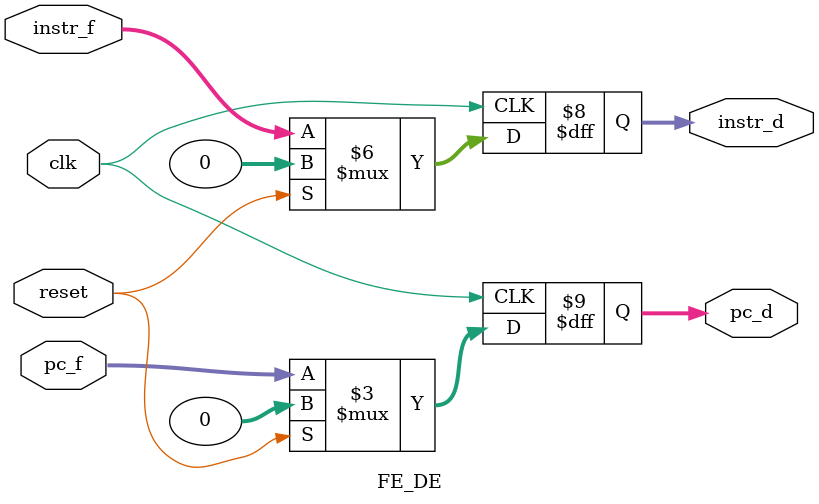
<source format=sv>
module FE_DE (
    input logic clk,
    input logic reset,
    
    // Signals from Fetch Stage
    input logic [31:0] instr_f,
    input logic [31:0] pc_f,
    
    // Signals to Decode Stage
    output logic [31:0] instr_d,
    output logic [31:0] pc_d
);
    
    always_ff @(posedge clk) begin
        if (reset) begin
            instr_d <= 32'b0;
            pc_d <= 32'b0;
        end else begin
            instr_d <= instr_f;
            pc_d <= pc_f;
        end
    end
endmodule
</source>
